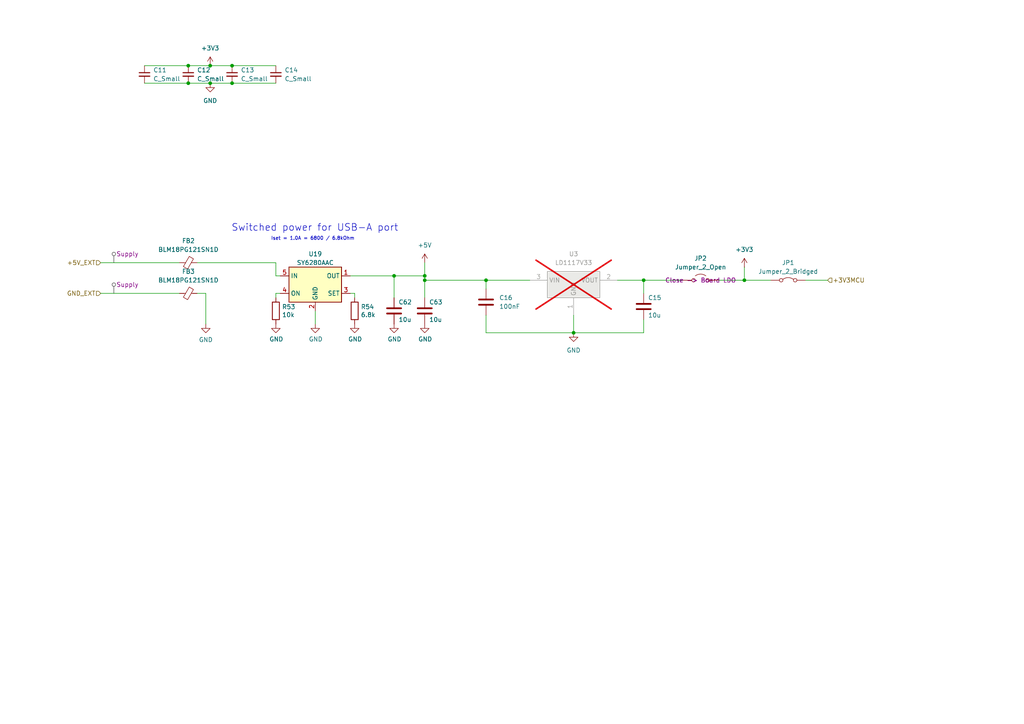
<source format=kicad_sch>
(kicad_sch (version 20250114) (generator "eeschema") (generator_version "9.0")
  (paper "A4")
  (lib_symbols
    (symbol "Device:C" (pin_numbers (hide yes)) (pin_names (offset 0.254))
      (property "Reference" "C" (at 0.635 2.54 0))
      (property "Value" "C" (at 0.635 -2.54 0))
      (symbol "C_0_1"
        (polyline (pts (xy -2.032 0.762) (xy 2.032 0.762)) (stroke (width 0.508)))
        (polyline (pts (xy -2.032 -0.762) (xy 2.032 -0.762)) (stroke (width 0.508)))
      )
      (symbol "C_1_1"
        (pin passive line (at 0 3.81 270) (length 2.794) (name "~") (number "1"))
        (pin passive line (at 0 -3.81 90) (length 2.794) (name "~") (number "2"))
      )
    )
    (symbol "Device:C_Small" (pin_numbers (hide yes)) (pin_names (offset 0.254) (hide yes))
      (property "Reference" "C" (at 0.254 1.778 0))
      (property "Value" "C_Small" (at 0.254 -2.032 0))
      (symbol "C_Small_0_1"
        (polyline (pts (xy -1.524 0.508) (xy 1.524 0.508)) (stroke (width 0.3048)))
        (polyline (pts (xy -1.524 -0.508) (xy 1.524 -0.508)) (stroke (width 0.3302)))
      )
      (symbol "C_Small_1_1"
        (pin passive line (at 0 2.54 270) (length 2.032) (name "~") (number "1"))
        (pin passive line (at 0 -2.54 90) (length 2.032) (name "~") (number "2"))
      )
    )
    (symbol "Device:FerriteBead_Small" (pin_numbers (hide yes)) (pin_names (offset 0))
      (property "Reference" "FB" (at 1.905 1.27 0))
      (property "Value" "FerriteBead_Small" (at 1.905 -1.27 0))
      (symbol "FerriteBead_Small_0_1"
        (polyline (pts (xy -1.8288 0.2794) (xy -1.1176 1.4986) (xy 1.8288 -0.2032) (xy 1.1176 -1.4224) (xy -1.8288 0.2794)))
        (polyline (pts (xy 0 0.889) (xy 0 1.2954)))
        (polyline (pts (xy 0 -1.27) (xy 0 -0.7874)))
      )
      (symbol "FerriteBead_Small_1_1"
        (pin passive line (at 0 2.54 270) (length 1.27) (name "~") (number "1"))
        (pin passive line (at 0 -2.54 90) (length 1.27) (name "~") (number "2"))
      )
    )
    (symbol "Jumper:Jumper_2_Bridged" (pin_numbers (hide yes)) (pin_names (offset 0) (hide yes))
      (property "Reference" "JP" (at 0 1.905 0))
      (property "Value" "Jumper_2_Bridged" (at 0 -2.54 0))
      (symbol "Jumper_2_Bridged_0_0"
        (circle (center -2.032 0) (radius 0.508))
        (circle (center 2.032 0) (radius 0.508))
      )
      (symbol "Jumper_2_Bridged_0_1"
        (arc (start -1.524 0.254) (mid 0 0.762) (end 1.524 0.254))
      )
      (symbol "Jumper_2_Bridged_1_1"
        (pin passive line (at -5.08 0 0) (length 2.54) (name "A") (number "1"))
        (pin passive line (at 5.08 0 180) (length 2.54) (name "B") (number "2"))
      )
    )
    (symbol "Jumper:Jumper_2_Open" (pin_numbers (hide yes)) (pin_names (offset 0) (hide yes))
      (property "Reference" "JP" (at 0 2.794 0))
      (property "Value" "Jumper_2_Open" (at 0 -2.286 0))
      (symbol "Jumper_2_Open_0_0"
        (circle (center -2.032 0) (radius 0.508))
        (circle (center 2.032 0) (radius 0.508))
      )
      (symbol "Jumper_2_Open_0_1"
        (arc (start -1.524 1.27) (mid 0 1.778) (end 1.524 1.27))
      )
      (symbol "Jumper_2_Open_1_1"
        (pin passive line (at -5.08 0 0) (length 2.54) (name "A") (number "1"))
        (pin passive line (at 5.08 0 180) (length 2.54) (name "B") (number "2"))
      )
    )
    (symbol "lcsc:LD1117V33"
      (property "Reference" "U" (at 0 10.16 0))
      (property "Value" "LD1117V33" (at 0 -10.16 0))
      (symbol "LD1117V33_0_1"
        (rectangle (start -7.62 7.62) (end 7.62 0) (fill (type background)))
        (pin power_in line (at -12.7 5.08 0) (length 5.08) (name "VIN") (number "3"))
        (pin unspecified line (at 0 -5.08 90) (length 5.08) (name "GND") (number "1"))
        (pin power_in line (at 12.7 5.08 180) (length 5.08) (name "VOUT") (number "2"))
      )
    )
    (symbol "mch2021-rescue:AAT4610BIGV-1-T1-Power_Management"
      (property "Reference" "U" (at -6.35 -6.35 0))
      (property "Value" "AAT4610BIGV-1-T1-Power_Management" (at 0 6.35 0))
      (symbol "AAT4610BIGV-1-T1-Power_Management_0_1"
        (rectangle (start -7.62 5.08) (end 7.62 -5.08) (stroke (width 0.254)) (fill (type background)))
      )
      (symbol "AAT4610BIGV-1-T1-Power_Management_1_1"
        (pin power_in line (at -10.16 2.54 0) (length 2.54) (name "IN") (number "5"))
        (pin input line (at -10.16 -2.54 0) (length 2.54) (name "ON") (number "4"))
        (pin power_in line (at 0 -7.62 90) (length 2.54) (name "GND") (number "2"))
        (pin power_out line (at 10.16 2.54 180) (length 2.54) (name "OUT") (number "1"))
        (pin passive line (at 10.16 -2.54 180) (length 2.54) (name "SET") (number "3"))
      )
    )
    (symbol "mch2021-rescue:GND-power" (power) (pin_names (offset 0))
      (property "Value" "GND-power" (at 0 -3.81 0))
      (symbol "GND-power_0_1"
        (polyline (pts (xy 0 0) (xy 0 -1.27) (xy 1.27 -1.27) (xy 0 -2.54) (xy -1.27 -1.27) (xy 0 -1.27)))
      )
      (symbol "GND-power_1_1"
        (pin power_in line (at 0 0 270) (length 0) (hide yes) (name "GND") (number "1"))
      )
    )
    (symbol "mch2021-rescue:R-Device" (pin_numbers (hide yes)) (pin_names (offset 0))
      (property "Reference" "R" (at 2.032 0 90))
      (property "Value" "R-Device" (at 0 0 90))
      (symbol "R-Device_0_1"
        (rectangle (start -1.016 -2.54) (end 1.016 2.54) (stroke (width 0.254)))
      )
      (symbol "R-Device_1_1"
        (pin passive line (at 0 3.81 270) (length 1.27) (name "~") (number "1"))
        (pin passive line (at 0 -3.81 90) (length 1.27) (name "~") (number "2"))
      )
    )
    (symbol "power:+3V3" (power) (pin_numbers (hide yes)) (pin_names (offset 0) (hide yes))
      (property "Value" "+3V3" (at 0 3.556 0))
      (symbol "+3V3_0_1"
        (polyline (pts (xy -0.762 1.27) (xy 0 2.54)))
        (polyline (pts (xy 0 2.54) (xy 0.762 1.27)))
        (polyline (pts (xy 0 0) (xy 0 2.54)))
      )
      (symbol "+3V3_1_1"
        (pin power_in line (at 0 0 90) (length 0) (name "~") (number "1"))
      )
    )
    (symbol "power:+5V" (power) (pin_numbers (hide yes)) (pin_names (offset 0) (hide yes))
      (property "Value" "+5V" (at 0 3.556 0))
      (symbol "+5V_0_1"
        (polyline (pts (xy -0.762 1.27) (xy 0 2.54)))
        (polyline (pts (xy 0 2.54) (xy 0.762 1.27)))
        (polyline (pts (xy 0 0) (xy 0 2.54)))
      )
      (symbol "+5V_1_1"
        (pin power_in line (at 0 0 90) (length 0) (name "~") (number "1"))
      )
    )
    (symbol "power:GND" (power) (pin_numbers (hide yes)) (pin_names (offset 0) (hide yes))
      (property "Value" "GND" (at 0 -3.81 0))
      (symbol "GND_0_1"
        (polyline (pts (xy 0 0) (xy 0 -1.27) (xy 1.27 -1.27) (xy 0 -2.54) (xy -1.27 -1.27) (xy 0 -1.27)))
      )
      (symbol "GND_1_1"
        (pin power_in line (at 0 0 270) (length 0) (name "~") (number "1"))
      )
    )
  )
  (text "Switched power for USB-A port" (at 115.57 67.31 0) (effects (font (size 2 2)) (justify right bottom)))
  (text "Iset = 1.0A = 6800 / 6.8kOhm" (at 102.87 69.85 0) (effects (font (size 0.9906 0.9906)) (justify right bottom)))
  (junction (at 114.3 80.01))
  (junction (at 54.61 19.05))
  (junction (at 54.61 24.13))
  (junction (at 67.31 19.05))
  (junction (at 215.9 81.28))
  (junction (at 166.37 96.52))
  (junction (at 60.96 24.13))
  (junction (at 60.96 19.05))
  (junction (at 123.19 80.01))
  (junction (at 123.19 81.28))
  (junction (at 67.31 24.13))
  (junction (at 186.69 81.28))
  (junction (at 140.97 81.28))
  (wire (pts (xy 186.69 92.71) (xy 186.69 96.52)))
  (wire (pts (xy 54.61 24.13) (xy 60.96 24.13)))
  (wire (pts (xy 186.69 81.28) (xy 198.12 81.28)))
  (wire (pts (xy 57.15 76.2) (xy 80.01 76.2)))
  (wire (pts (xy 123.19 81.28) (xy 140.97 81.28)))
  (wire (pts (xy 179.07 81.28) (xy 186.69 81.28)))
  (wire (pts (xy 91.44 93.98) (xy 91.44 90.17)))
  (wire (pts (xy 60.96 24.13) (xy 67.31 24.13)))
  (wire (pts (xy 114.3 80.01) (xy 114.3 86.36)))
  (wire (pts (xy 67.31 24.13) (xy 80.01 24.13)))
  (wire (pts (xy 67.31 19.05) (xy 80.01 19.05)))
  (wire (pts (xy 215.9 77.47) (xy 215.9 81.28)))
  (wire (pts (xy 140.97 96.52) (xy 166.37 96.52)))
  (wire (pts (xy 208.28 81.28) (xy 215.9 81.28)))
  (wire (pts (xy 80.01 85.09) (xy 81.28 85.09)))
  (wire (pts (xy 29.21 85.09) (xy 52.07 85.09)))
  (wire (pts (xy 101.6 85.09) (xy 102.87 85.09)))
  (wire (pts (xy 140.97 91.44) (xy 140.97 96.52)))
  (wire (pts (xy 123.19 80.01) (xy 123.19 81.28)))
  (wire (pts (xy 41.91 19.05) (xy 54.61 19.05)))
  (wire (pts (xy 29.21 76.2) (xy 52.07 76.2)))
  (wire (pts (xy 101.6 80.01) (xy 114.3 80.01)))
  (wire (pts (xy 60.96 19.05) (xy 67.31 19.05)))
  (wire (pts (xy 233.68 81.28) (xy 240.03 81.28)))
  (wire (pts (xy 57.15 85.09) (xy 59.69 85.09)))
  (wire (pts (xy 102.87 85.09) (xy 102.87 86.36)))
  (wire (pts (xy 140.97 81.28) (xy 140.97 83.82)))
  (wire (pts (xy 80.01 85.09) (xy 80.01 86.36)))
  (wire (pts (xy 80.01 76.2) (xy 80.01 80.01)))
  (wire (pts (xy 123.19 76.2) (xy 123.19 80.01)))
  (wire (pts (xy 54.61 19.05) (xy 60.96 19.05)))
  (wire (pts (xy 140.97 81.28) (xy 153.67 81.28)))
  (wire (pts (xy 41.91 24.13) (xy 54.61 24.13)))
  (wire (pts (xy 215.9 81.28) (xy 223.52 81.28)))
  (wire (pts (xy 186.69 81.28) (xy 186.69 85.09)))
  (wire (pts (xy 59.69 85.09) (xy 59.69 93.98)))
  (wire (pts (xy 114.3 80.01) (xy 123.19 80.01)))
  (wire (pts (xy 81.28 80.01) (xy 80.01 80.01)))
  (wire (pts (xy 123.19 81.28) (xy 123.19 86.36)))
  (wire (pts (xy 166.37 91.44) (xy 166.37 96.52)))
  (wire (pts (xy 166.37 96.52) (xy 186.69 96.52)))
  (hierarchical_label "GND_EXT" (shape input) (at 29.21 85.09 180))
  (hierarchical_label "+3V3MCU" (shape input) (at 240.03 81.28 0))
  (hierarchical_label "+5V_EXT" (shape input) (at 29.21 76.2 180))
  (netclass_flag "" (length 2.54) (shape round) (at 33.02 76.2 0) (property "Netclass" "Supply" (at 33.7185 73.66 0) (effects (justify left))))
  (netclass_flag "" (length 2.54) (shape round) (at 33.02 85.09 0) (property "Netclass" "Supply" (at 33.7185 82.55 0) (effects (justify left))))
  (symbol (lib_id "Device:C_Small") (at 54.61 21.59 0) (unit 1)
    (property "Reference" "C12" (at 57.15 20.3262 0) (effects (justify left)))
    (property "Value" "C_Small" (at 57.15 22.8662 0) (effects (justify left)))
    (property "Footprint" "Capacitor_SMD:C_0603_1608Metric" (effects (hide yes)))
    (property "Datasheet" "https://jlcpcb.com/partdetail/58143-0603B103K500NT/C57112" (effects (hide yes)))
    (property "Description" "Unpolarized capacitor, small symbol" (effects (hide yes)))
    (property "LCSC" "C57112" (effects (hide yes)))
  )
  (symbol (lib_id "mch2021-rescue:GND-power") (at 123.19 93.98 0) (unit 1)
    (property "Reference" "#PWR0209" (effects (hide yes)))
    (property "Value" "GND" (at 123.317 98.3742 0))
  )
  (symbol (lib_id "mch2021-rescue:R-Device") (at 80.01 90.17 0) (unit 1)
    (property "Reference" "R53" (at 81.788 89.0016 0) (effects (justify left)))
    (property "Value" "10k" (at 81.788 91.313 0) (effects (justify left)))
    (property "Footprint" "Resistor_SMD:R_0402_1005Metric" (effects (hide yes)))
    (property "Datasheet" "https://datasheet.lcsc.com/lcsc/2304140030_YAGEO-RC0402FR-0710KL_C60490.pdf" (effects (hide yes)))
    (property "LCSC" "C60490" (effects (hide yes)))
  )
  (symbol (lib_id "Device:C_Small") (at 41.91 21.59 0) (unit 1)
    (property "Reference" "C11" (at 44.45 20.3262 0) (effects (justify left)))
    (property "Value" "C_Small" (at 44.45 22.8662 0) (effects (justify left)))
    (property "Footprint" "Capacitor_SMD:C_0603_1608Metric" (effects (hide yes)))
    (property "Datasheet" "https://jlcpcb.com/partdetail/58143-0603B103K500NT/C57112" (effects (hide yes)))
    (property "Description" "Unpolarized capacitor, small symbol" (effects (hide yes)))
    (property "LCSC" "C57112" (effects (hide yes)))
  )
  (symbol (lib_id "Jumper:Jumper_2_Open") (at 203.2 81.28 0) (unit 1)
    (property "Reference" "JP2" (at 203.2 74.93 0))
    (property "Value" "Jumper_2_Open" (at 203.2 77.47 0))
    (property "Footprint" "Jumper:SolderJumper-2_P1.3mm_Open_RoundedPad1.0x1.5mm" (effects (hide yes)))
    (property "Description" "Close -> Board LDO" (at 203.2 81.28 0))
  )
  (symbol (lib_id "Device:C") (at 186.69 88.9 0) (unit 1)
    (property "Reference" "C15" (at 187.96 86.36 0) (effects (justify left)))
    (property "Value" "10u" (at 187.96 91.44 0) (effects (justify left)))
    (property "Footprint" "Capacitor_SMD:C_0805_2012Metric" (effects (hide yes)))
    (property "Datasheet" "https://www.lcsc.com/product-detail/Multilayer-Ceramic-Capacitors-MLCC-SMD-SMT_Samsung-Electro-Mechanics-CL21B106KAYQNNE_C3039694.html" (effects (hide yes)))
    (property "LCSC" "C3039694" (effects (hide yes)))
  )
  (symbol (lib_id "power:+3V3") (at 60.96 19.05 0) (unit 1)
    (property "Reference" "#PWR038" (effects (hide yes)))
    (property "Value" "+3V3" (at 60.96 13.97 0))
    (property "Description" "Power symbol creates a global label with name \"+3V3\"" (effects (hide yes)))
  )
  (symbol (lib_id "Device:C") (at 123.19 90.17 0) (unit 1)
    (property "Reference" "C63" (at 124.46 87.63 0) (effects (justify left)))
    (property "Value" "10u" (at 124.46 92.71 0) (effects (justify left)))
    (property "Footprint" "Capacitor_SMD:C_0805_2012Metric" (effects (hide yes)))
    (property "Datasheet" "https://www.lcsc.com/product-detail/Multilayer-Ceramic-Capacitors-MLCC-SMD-SMT_Samsung-Electro-Mechanics-CL21B106KAYQNNE_C3039694.html" (effects (hide yes)))
    (property "LCSC" "C3039694" (effects (hide yes)))
  )
  (symbol (lib_id "power:GND") (at 166.37 96.52 0) (unit 1)
    (property "Reference" "#PWR039" (effects (hide yes)))
    (property "Value" "GND" (at 166.37 101.6 0))
    (property "Description" "Power symbol creates a global label with name \"GND\" , ground" (effects (hide yes)))
  )
  (symbol (lib_id "mch2021-rescue:GND-power") (at 102.87 93.98 0) (unit 1)
    (property "Reference" "#PWR0207" (effects (hide yes)))
    (property "Value" "GND" (at 102.997 98.3742 0))
  )
  (symbol (lib_id "Device:C_Small") (at 67.31 21.59 0) (unit 1)
    (property "Reference" "C13" (at 69.85 20.3262 0) (effects (justify left)))
    (property "Value" "C_Small" (at 69.85 22.8662 0) (effects (justify left)))
    (property "Footprint" "Capacitor_SMD:C_0603_1608Metric" (effects (hide yes)))
    (property "Datasheet" "https://jlcpcb.com/partdetail/58143-0603B103K500NT/C57112" (effects (hide yes)))
    (property "Description" "Unpolarized capacitor, small symbol" (effects (hide yes)))
    (property "LCSC" "C57112" (effects (hide yes)))
  )
  (symbol (lib_id "Device:C") (at 140.97 87.63 0) (unit 1)
    (property "Reference" "C16" (at 144.78 86.3599 0) (effects (justify left)))
    (property "Value" "100nF" (at 144.78 88.8999 0) (effects (justify left)))
    (property "Footprint" "Capacitor_SMD:C_0805_2012Metric" (effects (hide yes)))
    (property "Datasheet" "https://jlcpcb.com/partdetail/YAGEO-CC0603KRX7R9BB104/C14663" (effects (hide yes)))
    (property "Description" "Unpolarized capacitor" (effects (hide yes)))
    (property "LCSC" "C14663" (effects (hide yes)))
  )
  (symbol (lib_id "power:+3V3") (at 215.9 77.47 0) (unit 1)
    (property "Reference" "#PWR041" (effects (hide yes)))
    (property "Value" "+3V3" (at 215.9 72.39 0))
    (property "Description" "Power symbol creates a global label with name \"+3V3\"" (effects (hide yes)))
  )
  (symbol (lib_id "mch2021-rescue:GND-power") (at 91.44 93.98 0) (unit 1)
    (property "Reference" "#PWR0206" (effects (hide yes)))
    (property "Value" "GND" (at 91.567 98.3742 0))
  )
  (symbol (lib_id "Device:C_Small") (at 80.01 21.59 0) (unit 1)
    (property "Reference" "C14" (at 82.55 20.3262 0) (effects (justify left)))
    (property "Value" "C_Small" (at 82.55 22.8662 0) (effects (justify left)))
    (property "Footprint" "Capacitor_SMD:C_0603_1608Metric" (effects (hide yes)))
    (property "Datasheet" "https://jlcpcb.com/partdetail/58143-0603B103K500NT/C57112" (effects (hide yes)))
    (property "Description" "Unpolarized capacitor, small symbol" (effects (hide yes)))
    (property "LCSC" "C57112" (effects (hide yes)))
  )
  (symbol (lib_id "Device:C") (at 114.3 90.17 0) (unit 1)
    (property "Reference" "C62" (at 115.57 87.63 0) (effects (justify left)))
    (property "Value" "10u" (at 115.57 92.71 0) (effects (justify left)))
    (property "Footprint" "Capacitor_SMD:C_0805_2012Metric" (effects (hide yes)))
    (property "Datasheet" "https://www.lcsc.com/product-detail/Multilayer-Ceramic-Capacitors-MLCC-SMD-SMT_Samsung-Electro-Mechanics-CL21B106KAYQNNE_C3039694.html" (effects (hide yes)))
    (property "LCSC" "C3039694" (effects (hide yes)))
  )
  (symbol (lib_id "power:GND") (at 59.69 93.98 0) (unit 1)
    (property "Reference" "#PWR035" (effects (hide yes)))
    (property "Value" "GND" (at 59.69 98.552 0))
    (property "Description" "Power symbol creates a global label with name \"GND\" , ground" (effects (hide yes)))
  )
  (symbol (lib_id "mch2021-rescue:GND-power") (at 80.01 93.98 0) (unit 1)
    (property "Reference" "#PWR0205" (effects (hide yes)))
    (property "Value" "GND" (at 80.137 98.3742 0))
  )
  (symbol (lib_id "Device:FerriteBead_Small") (at 54.61 76.2 270) (unit 1)
    (property "Reference" "FB2" (at 54.6481 69.85 90))
    (property "Value" "BLM18PG121SN1D" (at 54.6481 72.39 90))
    (property "Footprint" "Inductor_SMD:L_0603_1608Metric" (effects (hide yes)))
    (property "Datasheet" "https://jlcpcb.com/partdetail/MurataElectronics-BLM18PG121SN1D/C14709" (effects (hide yes)))
    (property "Description" "Ferrite bead, small symbol" (effects (hide yes)))
    (property "LCSC" "C14709" (effects (hide yes)))
  )
  (symbol (lib_id "lcsc:LD1117V33") (at 166.37 86.36 0) (unit 1) (dnp yes)
    (property "Reference" "U3" (at 166.37 73.66 0))
    (property "Value" "LD1117V33" (at 166.37 76.2 0))
    (property "Footprint" "lcsc:TO-220-3_L10.0-W4.5-P2.54-L" (effects (hide yes)))
    (property "Datasheet" "https://lcsc.com/product-detail/Others_STMicroelectronics_LD1117V33_STMicroelectronics-LD1117V33_C283467.html" (effects (hide yes)))
    (property "LCSC Part" "C283467" (effects (hide yes)))
  )
  (symbol (lib_id "Device:FerriteBead_Small") (at 54.61 85.09 270) (unit 1)
    (property "Reference" "FB3" (at 54.6481 78.74 90))
    (property "Value" "BLM18PG121SN1D" (at 54.6481 81.28 90))
    (property "Footprint" "Inductor_SMD:L_0603_1608Metric" (effects (hide yes)))
    (property "Datasheet" "https://jlcpcb.com/partdetail/MurataElectronics-BLM18PG121SN1D/C14709" (effects (hide yes)))
    (property "Description" "Ferrite bead, small symbol" (effects (hide yes)))
    (property "LCSC" "C14709" (effects (hide yes)))
  )
  (symbol (lib_id "mch2021-rescue:AAT4610BIGV-1-T1-Power_Management") (at 91.44 82.55 0) (unit 1)
    (property "Reference" "U19" (at 91.44 73.66 0))
    (property "Value" "SY6280AAC" (at 91.44 76.2 0))
    (property "Footprint" "Package_TO_SOT_SMD:SOT-23-5" (effects (hide yes)))
    (property "Datasheet" "https://datasheet.lcsc.com/lcsc/1810121532_Silergy-Corp-SY6280AAC_C55136.pdf" (effects (hide yes)))
    (property "LCSC" "C55136" (effects (hide yes)))
  )
  (symbol (lib_id "power:+5V") (at 123.19 76.2 0) (unit 1)
    (property "Reference" "#PWR036" (effects (hide yes)))
    (property "Value" "+5V" (at 123.19 71.12 0))
    (property "Description" "Power symbol creates a global label with name \"+5V\"" (effects (hide yes)))
  )
  (symbol (lib_id "mch2021-rescue:R-Device") (at 102.87 90.17 0) (unit 1)
    (property "Reference" "R54" (at 104.648 89.0016 0) (effects (justify left)))
    (property "Value" "6.8k" (at 104.648 91.313 0) (effects (justify left)))
    (property "Footprint" "Resistor_SMD:R_0402_1005Metric" (effects (hide yes)))
    (property "Datasheet" "https://www.lcsc.com/product-detail/Chip-Resistor-Surface-Mount_UNI-ROYAL-Uniroyal-Elec-0402WGF6801TCE_C25917.html" (effects (hide yes)))
    (property "LCSC" "C25917" (effects (hide yes)))
  )
  (symbol (lib_id "Jumper:Jumper_2_Bridged") (at 228.6 81.28 0) (unit 1)
    (property "Reference" "JP1" (at 228.6 76.2 0))
    (property "Value" "Jumper_2_Bridged" (at 228.6 78.74 0))
    (property "Footprint" "Jumper:SolderJumper-2_P1.3mm_Bridged_RoundedPad1.0x1.5mm" (effects (hide yes)))
    (property "Description" "Close -> MCU LDO" (effects (hide yes)))
  )
  (symbol (lib_id "mch2021-rescue:GND-power") (at 114.3 93.98 0) (unit 1)
    (property "Reference" "#PWR0208" (effects (hide yes)))
    (property "Value" "GND" (at 114.427 98.3742 0))
  )
  (symbol (lib_id "power:GND") (at 60.96 24.13 0) (unit 1)
    (property "Reference" "#PWR037" (effects (hide yes)))
    (property "Value" "GND" (at 60.96 29.21 0))
    (property "Description" "Power symbol creates a global label with name \"GND\" , ground" (effects (hide yes)))
  )
)
</source>
